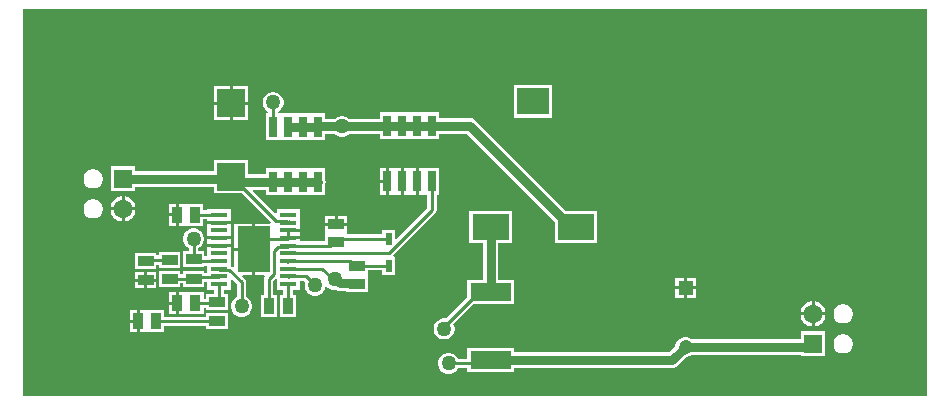
<source format=gtl>
G04*
G04 #@! TF.GenerationSoftware,Altium Limited,Altium Designer,24.0.1 (36)*
G04*
G04 Layer_Physical_Order=1*
G04 Layer_Color=255*
%FSLAX44Y44*%
%MOMM*%
G71*
G04*
G04 #@! TF.SameCoordinates,861917B8-4398-4D05-8FE2-F05A855006CB*
G04*
G04*
G04 #@! TF.FilePolarity,Positive*
G04*
G01*
G75*
%ADD13C,0.2540*%
%ADD15R,2.7700X2.2600*%
%ADD16R,3.0700X2.2600*%
%ADD17R,0.7200X1.7800*%
%ADD18R,1.3500X0.8500*%
%ADD19R,0.9500X1.3500*%
%ADD20R,1.4500X0.4500*%
%ADD21R,2.7400X3.8600*%
%ADD22R,0.8500X1.3500*%
%ADD23R,2.4500X2.3500*%
%ADD24R,1.3500X0.9500*%
%ADD25R,3.4200X1.5400*%
%ADD26R,0.5500X1.0500*%
%ADD42C,0.8000*%
%ADD43R,1.6000X1.6000*%
%ADD44C,1.6000*%
%ADD45R,1.2000X1.2000*%
%ADD46C,1.2000*%
%ADD47C,1.2700*%
G36*
X1296595Y439495D02*
X531199D01*
X530935Y439759D01*
Y767005D01*
X1296595D01*
X1296595Y439495D01*
D02*
G37*
%LPC*%
G36*
X722180Y701880D02*
X708660D01*
Y688860D01*
X722180D01*
Y701880D01*
D02*
G37*
G36*
X706120D02*
X692600D01*
Y688860D01*
X706120D01*
Y701880D01*
D02*
G37*
G36*
X979540Y703170D02*
X946760D01*
Y675490D01*
X979540D01*
Y703170D01*
D02*
G37*
G36*
X722180Y686320D02*
X708660D01*
Y673300D01*
X722180D01*
Y686320D01*
D02*
G37*
G36*
X706120D02*
X692600D01*
Y673300D01*
X706120D01*
Y686320D01*
D02*
G37*
G36*
X858730Y633200D02*
X857460Y633200D01*
X853440D01*
Y621760D01*
Y610320D01*
X857460D01*
X858310Y610320D01*
X859580Y610320D01*
X863600D01*
Y621760D01*
Y633200D01*
X859580D01*
X858730Y633200D01*
D02*
G37*
G36*
X722180Y639880D02*
X692600D01*
Y630166D01*
X626490D01*
Y634110D01*
X605410D01*
Y613030D01*
X626490D01*
Y616974D01*
X692600D01*
Y611300D01*
X716686D01*
X741093Y586893D01*
X740607Y585720D01*
X727710D01*
Y563880D01*
Y542040D01*
X735095D01*
X735773Y540770D01*
X735561Y540452D01*
X735265Y538965D01*
Y524910D01*
X732360D01*
Y506330D01*
X745940D01*
Y524910D01*
X743035D01*
Y537356D01*
X744727Y539049D01*
X745900Y538563D01*
Y529840D01*
X751805D01*
Y524910D01*
X748860D01*
Y506330D01*
X762440D01*
Y524910D01*
X759575D01*
Y529840D01*
X765480D01*
Y537246D01*
X769171D01*
X770090Y536326D01*
X769620Y534570D01*
Y532230D01*
X770226Y529969D01*
X771396Y527941D01*
X773051Y526286D01*
X775079Y525116D01*
X777340Y524510D01*
X779680D01*
X781941Y525116D01*
X783969Y526286D01*
X785624Y527941D01*
X786794Y529969D01*
X787295Y531837D01*
X788294Y532249D01*
X788670Y532258D01*
X789561Y531366D01*
X791589Y530196D01*
X793850Y529590D01*
X796099D01*
X796407Y529354D01*
X797998Y528695D01*
X799705Y528470D01*
X804780D01*
Y527620D01*
X823360D01*
Y542200D01*
X823360D01*
Y542620D01*
X823360D01*
Y546025D01*
X835450D01*
Y542120D01*
X846030D01*
Y557700D01*
X845444D01*
X844918Y558970D01*
X880317Y594369D01*
X881159Y595629D01*
X881455Y597116D01*
Y610320D01*
X883710D01*
Y633200D01*
X872280D01*
X871430Y633200D01*
X870160Y633200D01*
X866140D01*
Y621760D01*
Y610320D01*
X870160D01*
X871010Y610320D01*
X872280Y610320D01*
X873685D01*
Y598725D01*
X847203Y572243D01*
X846030Y572729D01*
Y580700D01*
X835450D01*
Y576795D01*
X805881D01*
X805580Y577940D01*
X805580Y578790D01*
Y583960D01*
X796290D01*
X787000D01*
Y578790D01*
X787000Y577940D01*
X787000Y576670D01*
Y571015D01*
X765480D01*
Y572360D01*
X755690D01*
Y574900D01*
X765480D01*
Y578860D01*
X755690D01*
Y581400D01*
X765480D01*
Y581840D01*
Y588340D01*
Y597920D01*
X745900D01*
Y594733D01*
X744727Y594247D01*
X725714Y613260D01*
X726199Y614434D01*
X736742D01*
Y609590D01*
X749023D01*
Y609590D01*
X749443D01*
Y609590D01*
X761722D01*
Y609590D01*
X762143D01*
Y609590D01*
X774423D01*
Y609590D01*
X774843D01*
Y609590D01*
X787122D01*
Y618763D01*
X787354Y619323D01*
X787579Y621030D01*
X787354Y622737D01*
X787122Y623297D01*
Y632470D01*
X774843D01*
Y632470D01*
X774423D01*
Y632470D01*
X762143D01*
Y632470D01*
X761722D01*
Y632470D01*
X749443D01*
Y632470D01*
X749023D01*
Y632470D01*
X736742D01*
Y627626D01*
X722180D01*
Y639880D01*
D02*
G37*
G36*
X838200Y633200D02*
X833330D01*
Y623030D01*
X838200D01*
Y633200D01*
D02*
G37*
G36*
X591609Y631610D02*
X589492D01*
X587447Y631062D01*
X585613Y630004D01*
X584116Y628507D01*
X583058Y626673D01*
X582510Y624628D01*
Y622511D01*
X583058Y620467D01*
X584116Y618633D01*
X585613Y617136D01*
X587447Y616078D01*
X589492Y615530D01*
X591609D01*
X593653Y616078D01*
X595487Y617136D01*
X596984Y618633D01*
X598042Y620467D01*
X598590Y622511D01*
Y624628D01*
X598042Y626673D01*
X596984Y628507D01*
X595487Y630004D01*
X593653Y631062D01*
X591609Y631610D01*
D02*
G37*
G36*
X846030Y633200D02*
X844760Y633200D01*
X840740D01*
Y621760D01*
Y610320D01*
X844760D01*
X845610Y610320D01*
X846880Y610320D01*
X850900D01*
Y621760D01*
Y633200D01*
X846880D01*
X846030Y633200D01*
D02*
G37*
G36*
X838200Y620490D02*
X833330D01*
Y610320D01*
X838200D01*
Y620490D01*
D02*
G37*
G36*
X617338Y608710D02*
X617220D01*
Y599440D01*
X626490D01*
Y599558D01*
X625772Y602238D01*
X624384Y604642D01*
X622422Y606604D01*
X620018Y607992D01*
X617338Y608710D01*
D02*
G37*
G36*
X614680D02*
X614562D01*
X611882Y607992D01*
X609478Y606604D01*
X607516Y604642D01*
X606128Y602238D01*
X605410Y599558D01*
Y599440D01*
X614680D01*
Y608710D01*
D02*
G37*
G36*
X660520Y602380D02*
X654500D01*
Y594360D01*
X660520D01*
Y602380D01*
D02*
G37*
G36*
X591609Y606210D02*
X589492D01*
X587447Y605662D01*
X585613Y604604D01*
X584116Y603107D01*
X583058Y601273D01*
X582510Y599229D01*
Y597112D01*
X583058Y595067D01*
X584116Y593233D01*
X585613Y591736D01*
X587447Y590678D01*
X589492Y590130D01*
X591609D01*
X593653Y590678D01*
X595487Y591736D01*
X596984Y593233D01*
X598042Y595067D01*
X598590Y597112D01*
Y599229D01*
X598042Y601273D01*
X596984Y603107D01*
X595487Y604604D01*
X593653Y605662D01*
X591609Y606210D01*
D02*
G37*
G36*
X669500Y602380D02*
X668230Y602380D01*
X663060D01*
Y593090D01*
Y583800D01*
X668230D01*
X669080Y583800D01*
X670350Y583800D01*
X684080D01*
Y589245D01*
X687400D01*
Y587900D01*
X706980D01*
Y588340D01*
Y597920D01*
X687400D01*
Y597015D01*
X684080D01*
Y602380D01*
X670350D01*
X669500Y602380D01*
D02*
G37*
G36*
X626490Y596900D02*
X617220D01*
Y587630D01*
X617338D01*
X620018Y588348D01*
X622422Y589736D01*
X624384Y591698D01*
X625772Y594102D01*
X626490Y596782D01*
Y596900D01*
D02*
G37*
G36*
X614680D02*
X605410D01*
Y596782D01*
X606128Y594102D01*
X607516Y591698D01*
X609478Y589736D01*
X611882Y588348D01*
X614562Y587630D01*
X614680D01*
Y596900D01*
D02*
G37*
G36*
X805580Y592520D02*
X797560D01*
Y586500D01*
X805580D01*
Y592520D01*
D02*
G37*
G36*
X790810Y592595D02*
X790435Y592520D01*
X787000D01*
Y589085D01*
X786925Y588710D01*
X787000Y588335D01*
Y586500D01*
X795020D01*
Y592520D01*
X791185D01*
X790810Y592595D01*
D02*
G37*
G36*
X660520Y591820D02*
X654500D01*
Y583800D01*
X660520D01*
Y591820D01*
D02*
G37*
G36*
X706980Y585360D02*
X687400D01*
Y581840D01*
Y575340D01*
Y574900D01*
X706980D01*
Y575340D01*
Y581840D01*
Y585360D01*
D02*
G37*
G36*
X744120Y697230D02*
X741780D01*
X739519Y696624D01*
X737491Y695454D01*
X735836Y693799D01*
X734666Y691771D01*
X734060Y689510D01*
Y687170D01*
X734666Y684909D01*
X735836Y682881D01*
X737491Y681226D01*
X738680Y680540D01*
X738340Y679270D01*
X736742D01*
Y656390D01*
X749023D01*
X749023Y656390D01*
X749443D01*
Y656390D01*
X750293Y656390D01*
X761722D01*
Y656390D01*
X762143D01*
Y656390D01*
X774423D01*
Y656390D01*
X774843D01*
Y656390D01*
X787122D01*
Y661424D01*
X795394D01*
X795911Y660906D01*
X797939Y659736D01*
X800200Y659130D01*
X802540D01*
X804801Y659736D01*
X806829Y660906D01*
X807346Y661424D01*
X833330D01*
Y657120D01*
X845610D01*
Y657120D01*
X846030D01*
Y657120D01*
X858310D01*
Y657120D01*
X858730D01*
Y657120D01*
X871010D01*
Y657120D01*
X871430D01*
Y657120D01*
X883710D01*
Y661964D01*
X906788D01*
X981310Y587441D01*
Y569090D01*
X1017090D01*
Y596770D01*
X990639D01*
X914184Y673224D01*
X912818Y674273D01*
X911227Y674932D01*
X909520Y675156D01*
X883710D01*
Y680000D01*
X871430D01*
Y680000D01*
X871010D01*
Y680000D01*
X858730D01*
Y680000D01*
X858310D01*
Y680000D01*
X846030D01*
Y680000D01*
X845610D01*
Y680000D01*
X833330D01*
Y674616D01*
X807346D01*
X806829Y675134D01*
X804801Y676304D01*
X802540Y676910D01*
X800200D01*
X797939Y676304D01*
X795911Y675134D01*
X795394Y674616D01*
X787122D01*
Y679270D01*
X774843D01*
Y679270D01*
X774423D01*
Y679270D01*
X762143D01*
Y679270D01*
X761722D01*
Y679270D01*
X750293D01*
X749443Y679270D01*
Y679270D01*
X749023D01*
Y679270D01*
X747560D01*
X747220Y680540D01*
X748409Y681226D01*
X750064Y682881D01*
X751234Y684909D01*
X751840Y687170D01*
Y689510D01*
X751234Y691771D01*
X750064Y693799D01*
X748409Y695454D01*
X746381Y696624D01*
X744120Y697230D01*
D02*
G37*
G36*
X706980Y572360D02*
X687400D01*
Y568840D01*
Y568400D01*
X706980D01*
Y568840D01*
Y572360D01*
D02*
G37*
G36*
X725170Y585720D02*
X710200D01*
Y565150D01*
X725170D01*
Y585720D01*
D02*
G37*
G36*
X664610Y561770D02*
X646030D01*
Y558865D01*
X644290D01*
Y561140D01*
X625710D01*
Y547560D01*
X644290D01*
Y551095D01*
X646030D01*
Y548190D01*
X664610D01*
Y561770D01*
D02*
G37*
G36*
X676810Y581660D02*
X674470D01*
X672209Y581054D01*
X670181Y579884D01*
X668526Y578229D01*
X667356Y576201D01*
X666750Y573940D01*
Y571600D01*
X667356Y569339D01*
X668526Y567311D01*
X670181Y565656D01*
X671755Y564748D01*
Y562410D01*
X666350D01*
Y548830D01*
X684930D01*
Y550245D01*
X687400D01*
Y544035D01*
X684930D01*
Y545910D01*
X666350D01*
Y543005D01*
X664610D01*
Y545270D01*
X646030D01*
Y531690D01*
X664610D01*
Y535182D01*
X664881Y535235D01*
X666350D01*
Y532330D01*
X684930D01*
Y536266D01*
X687400D01*
Y529840D01*
X693305D01*
Y526210D01*
X686488D01*
Y522045D01*
X684200D01*
Y527450D01*
X670470D01*
X669620Y527450D01*
X668350Y527450D01*
X663180D01*
Y518160D01*
Y508870D01*
X668350D01*
X669200Y508870D01*
X670470Y508870D01*
X684200D01*
Y514275D01*
X686488D01*
Y512630D01*
X705068D01*
Y526210D01*
X701075D01*
Y529840D01*
X706980D01*
Y538312D01*
X708153Y538798D01*
X712395Y534556D01*
Y523643D01*
X710821Y522734D01*
X709166Y521079D01*
X707996Y519051D01*
X707390Y516790D01*
Y514450D01*
X707996Y512189D01*
X709166Y510161D01*
X710821Y508506D01*
X712849Y507336D01*
X715110Y506730D01*
X717450D01*
X719711Y507336D01*
X721739Y508506D01*
X723394Y510161D01*
X724564Y512189D01*
X725170Y514450D01*
Y516790D01*
X724564Y519051D01*
X723394Y521079D01*
X721739Y522734D01*
X720165Y523643D01*
Y536165D01*
X719869Y537651D01*
X719027Y538911D01*
X717072Y540867D01*
X717558Y542040D01*
X725170D01*
Y562610D01*
X710200D01*
Y549398D01*
X709027Y548912D01*
X708541Y549397D01*
X707281Y550239D01*
X706980Y550299D01*
Y562340D01*
Y565860D01*
X687400D01*
Y558015D01*
X684930D01*
Y562410D01*
X679525D01*
Y564748D01*
X681099Y565656D01*
X682754Y567311D01*
X683924Y569339D01*
X684530Y571600D01*
Y573940D01*
X683924Y576201D01*
X682754Y578229D01*
X681099Y579884D01*
X679071Y581054D01*
X676810Y581660D01*
D02*
G37*
G36*
X644290Y544640D02*
X636270D01*
Y539120D01*
X644290D01*
Y544640D01*
D02*
G37*
G36*
X633730D02*
X625710D01*
Y539120D01*
X633730D01*
Y544640D01*
D02*
G37*
G36*
X1100740Y539870D02*
X1093470D01*
Y532600D01*
X1100740D01*
Y539870D01*
D02*
G37*
G36*
X1090930D02*
X1083660D01*
Y532600D01*
X1090930D01*
Y539870D01*
D02*
G37*
G36*
X644290Y536580D02*
X636270D01*
Y531060D01*
X644290D01*
Y536580D01*
D02*
G37*
G36*
X633730D02*
X625710D01*
Y531060D01*
X633730D01*
Y536580D01*
D02*
G37*
G36*
X1100740Y530060D02*
X1093470D01*
Y522790D01*
X1100740D01*
Y530060D01*
D02*
G37*
G36*
X1090930D02*
X1083660D01*
Y522790D01*
X1090930D01*
Y530060D01*
D02*
G37*
G36*
X660640Y527450D02*
X654620D01*
Y519430D01*
X660640D01*
Y527450D01*
D02*
G37*
G36*
X1201538Y519810D02*
X1201420D01*
Y510540D01*
X1210690D01*
Y510658D01*
X1209972Y513338D01*
X1208584Y515742D01*
X1206622Y517704D01*
X1204218Y519092D01*
X1201538Y519810D01*
D02*
G37*
G36*
X1198880D02*
X1198762D01*
X1196082Y519092D01*
X1193678Y517704D01*
X1191716Y515742D01*
X1190328Y513338D01*
X1189610Y510658D01*
Y510540D01*
X1198880D01*
Y519810D01*
D02*
G37*
G36*
X660640Y516890D02*
X654620D01*
Y508870D01*
X660640D01*
Y516890D01*
D02*
G37*
G36*
X944990Y596770D02*
X909210D01*
Y569090D01*
X920504D01*
Y538250D01*
X907460D01*
Y523264D01*
X889496Y505300D01*
X888900Y505460D01*
X886560D01*
X884299Y504854D01*
X882271Y503684D01*
X880616Y502029D01*
X879446Y500001D01*
X878840Y497740D01*
Y495400D01*
X879446Y493139D01*
X880616Y491111D01*
X882271Y489456D01*
X884299Y488286D01*
X886560Y487680D01*
X888900D01*
X891161Y488286D01*
X893189Y489456D01*
X894844Y491111D01*
X896014Y493139D01*
X896620Y495400D01*
Y497740D01*
X896014Y500001D01*
X895711Y500527D01*
X912954Y517770D01*
X946740D01*
Y538250D01*
X933696D01*
Y569090D01*
X944990D01*
Y596770D01*
D02*
G37*
G36*
X627500Y512210D02*
X621480D01*
Y504190D01*
X627500D01*
Y512210D01*
D02*
G37*
G36*
X1226609Y517310D02*
X1224492D01*
X1222447Y516762D01*
X1220613Y515704D01*
X1219116Y514207D01*
X1218058Y512373D01*
X1217510Y510328D01*
Y508212D01*
X1218058Y506167D01*
X1219116Y504333D01*
X1220613Y502836D01*
X1222447Y501778D01*
X1224492Y501230D01*
X1226609D01*
X1228653Y501778D01*
X1230487Y502836D01*
X1231984Y504333D01*
X1233042Y506167D01*
X1233590Y508212D01*
Y510328D01*
X1233042Y512373D01*
X1231984Y514207D01*
X1230487Y515704D01*
X1228653Y516762D01*
X1226609Y517310D01*
D02*
G37*
G36*
X1210690Y508000D02*
X1201420D01*
Y498730D01*
X1201538D01*
X1204218Y499448D01*
X1206622Y500836D01*
X1208584Y502798D01*
X1209972Y505202D01*
X1210690Y507882D01*
Y508000D01*
D02*
G37*
G36*
X1198880D02*
X1189610D01*
Y507882D01*
X1190328Y505202D01*
X1191716Y502798D01*
X1193678Y500836D01*
X1196082Y499448D01*
X1198762Y498730D01*
X1198880D01*
Y508000D01*
D02*
G37*
G36*
X636480Y512210D02*
X635210Y512210D01*
X630040D01*
Y502920D01*
Y493630D01*
X635210D01*
X636060Y493630D01*
X637330Y493630D01*
X651060D01*
Y499035D01*
X686488D01*
Y496130D01*
X705068D01*
Y509710D01*
X686488D01*
Y506805D01*
X651060D01*
Y512210D01*
X637330D01*
X636480Y512210D01*
D02*
G37*
G36*
X627500Y501650D02*
X621480D01*
Y493630D01*
X627500D01*
Y501650D01*
D02*
G37*
G36*
X1210690Y494410D02*
X1189610D01*
Y487926D01*
X1097681D01*
X1097444Y488164D01*
X1095496Y489288D01*
X1093324Y489870D01*
X1091076D01*
X1088904Y489288D01*
X1086956Y488164D01*
X1085366Y486574D01*
X1084242Y484626D01*
X1083660Y482454D01*
Y482119D01*
X1078348Y476806D01*
X946740D01*
Y480450D01*
X907460D01*
Y471245D01*
X899563D01*
X898654Y472819D01*
X896999Y474474D01*
X894971Y475644D01*
X892710Y476250D01*
X890370D01*
X888109Y475644D01*
X886081Y474474D01*
X884426Y472819D01*
X883256Y470791D01*
X882650Y468530D01*
Y466190D01*
X883256Y463929D01*
X884426Y461901D01*
X886081Y460246D01*
X888109Y459076D01*
X890370Y458470D01*
X892710D01*
X894971Y459076D01*
X896999Y460246D01*
X898654Y461901D01*
X899563Y463475D01*
X907460D01*
Y459970D01*
X946740D01*
Y463613D01*
X1081080D01*
X1082787Y463838D01*
X1084378Y464497D01*
X1085744Y465546D01*
X1092989Y472790D01*
X1093324D01*
X1095496Y473372D01*
X1097444Y474496D01*
X1097681Y474734D01*
X1189610D01*
Y473330D01*
X1210690D01*
Y494410D01*
D02*
G37*
G36*
X1226609Y491910D02*
X1224492D01*
X1222447Y491362D01*
X1220613Y490304D01*
X1219116Y488807D01*
X1218058Y486973D01*
X1217510Y484929D01*
Y482812D01*
X1218058Y480767D01*
X1219116Y478933D01*
X1220613Y477436D01*
X1222447Y476378D01*
X1224492Y475830D01*
X1226609D01*
X1228653Y476378D01*
X1230487Y477436D01*
X1231984Y478933D01*
X1233042Y480767D01*
X1233590Y482812D01*
Y484929D01*
X1233042Y486973D01*
X1231984Y488807D01*
X1230487Y490304D01*
X1228653Y491362D01*
X1226609Y491910D01*
D02*
G37*
%LPD*%
D13*
X675640Y557173D02*
Y572770D01*
X742916Y667864D02*
Y688306D01*
X742883Y667830D02*
X742916Y667864D01*
Y688306D02*
X742950Y688340D01*
X807850Y554130D02*
X812070Y549910D01*
X755690Y554130D02*
X807850D01*
X812070Y549910D02*
X814070D01*
X704330Y623570D02*
X705600Y624840D01*
X706120Y624320D01*
X784391Y547630D02*
X793541Y538480D01*
X795020D01*
X755690Y541130D02*
X770780D01*
X755690D02*
X756670Y540150D01*
X770780Y541130D02*
X778510Y533400D01*
X755690Y547630D02*
X784391D01*
X676790Y593130D02*
X697190D01*
X891540Y467360D02*
X924250D01*
X927100Y470210D01*
X1197610Y481330D02*
X1200150Y483870D01*
X716280Y515620D02*
Y536165D01*
X697190Y547630D02*
X698170Y546650D01*
X705794D01*
X716280Y536165D01*
X887730Y496570D02*
Y498040D01*
X917700Y528010D01*
X927100D01*
X995150Y582930D02*
X999200D01*
X643770Y502920D02*
X695778D01*
X676910Y518160D02*
X694873D01*
X655320Y538480D02*
X655863Y539023D01*
X664489Y539120D02*
X675640D01*
X664392Y539023D02*
X664489Y539120D01*
X655863Y539023D02*
X664392D01*
X676670Y540150D02*
X696210D01*
X697190Y541130D01*
X635630Y554980D02*
X655320D01*
X635000Y554350D02*
X635630Y554980D01*
X643770Y502920D02*
X643890Y503040D01*
X694873Y518160D02*
X697190Y520477D01*
Y534630D01*
X675640Y555620D02*
X677130Y554130D01*
X697190D01*
X692190Y534630D02*
X697190D01*
X838930Y668020D02*
X839470Y668560D01*
X780983Y667864D02*
X781139Y668020D01*
X841084Y560630D02*
X877570Y597116D01*
Y621760D01*
X755690Y560630D02*
X841084D01*
X754710Y566150D02*
X755690Y567130D01*
X747086Y566150D02*
X754710D01*
X743410Y562474D02*
X747086Y566150D01*
X743410Y543226D02*
Y562474D01*
X739150Y538965D02*
X743410Y543226D01*
X739150Y515620D02*
Y538965D01*
X755650Y515620D02*
X755690Y515660D01*
Y534630D01*
X735210Y572650D02*
X754710D01*
X726440Y563880D02*
X735210Y572650D01*
X790930Y567130D02*
X796710Y572910D01*
X755690Y567130D02*
X790930D01*
X796710Y572910D02*
X840740D01*
X814070Y549910D02*
X840740D01*
X754710Y553150D02*
X755690Y554130D01*
X754710Y572650D02*
X755690Y573630D01*
Y580130D02*
X756670Y581110D01*
X755690Y586630D02*
X756670Y587610D01*
X712450Y621030D02*
X745870Y587610D01*
X707890Y625590D02*
X712450Y621030D01*
X745870Y587610D02*
X754710D01*
X755690Y586630D01*
X707390Y625590D02*
X707890D01*
X755690Y534630D02*
X760690D01*
X755690Y573630D02*
Y580130D01*
X790810Y588710D02*
X794290Y585230D01*
X796290D01*
X675258Y593090D02*
X675298Y593130D01*
D15*
X963150Y689330D02*
D03*
D16*
X999200Y582930D02*
D03*
X927100D02*
D03*
D17*
X877570Y668560D02*
D03*
X864870D02*
D03*
X852170D02*
D03*
X839470D02*
D03*
X877570Y621760D02*
D03*
X864870D02*
D03*
X852170D02*
D03*
X839470D02*
D03*
X780983Y667830D02*
D03*
X768282D02*
D03*
X755583D02*
D03*
X742883D02*
D03*
X780983Y621030D02*
D03*
X768282D02*
D03*
X755583D02*
D03*
X742883D02*
D03*
D18*
X635000Y537850D02*
D03*
Y554350D02*
D03*
X675640Y539120D02*
D03*
Y555620D02*
D03*
X655320Y554980D02*
D03*
Y538480D02*
D03*
X695778Y502920D02*
D03*
Y519420D02*
D03*
D19*
X676910Y518160D02*
D03*
X661910D02*
D03*
X628770Y502920D02*
D03*
X643770D02*
D03*
X676790Y593090D02*
D03*
X661790D02*
D03*
D20*
X697190Y593130D02*
D03*
Y586630D02*
D03*
Y580130D02*
D03*
Y573630D02*
D03*
Y567130D02*
D03*
Y560630D02*
D03*
Y554130D02*
D03*
Y547630D02*
D03*
Y541130D02*
D03*
Y534630D02*
D03*
X755690D02*
D03*
Y541130D02*
D03*
Y547630D02*
D03*
Y554130D02*
D03*
Y560630D02*
D03*
Y567130D02*
D03*
Y573630D02*
D03*
Y580130D02*
D03*
Y586630D02*
D03*
Y593130D02*
D03*
D21*
X726440Y563880D02*
D03*
D22*
X755650Y515620D02*
D03*
X739150D02*
D03*
D23*
X707390Y625590D02*
D03*
Y687590D02*
D03*
D24*
X814070Y549910D02*
D03*
Y534910D02*
D03*
X796290Y570230D02*
D03*
Y585230D02*
D03*
D25*
X927100Y528010D02*
D03*
Y470210D02*
D03*
D26*
X840740Y549910D02*
D03*
Y572910D02*
D03*
D42*
X615950Y623570D02*
X704330D01*
X799705Y535067D02*
X813913D01*
X814070Y534910D01*
X796292Y538480D02*
X799705Y535067D01*
X795020Y538480D02*
X796292D01*
X1081080Y470210D02*
X1092200Y481330D01*
X927100Y470210D02*
X1081080D01*
X1092200Y481330D02*
X1197610D01*
X927100Y528010D02*
Y582930D01*
X909520Y668560D02*
X995150Y582930D01*
X877570Y668560D02*
X909520D01*
X801370Y668020D02*
X838930D01*
X781139D02*
X801370D01*
X768282Y667830D02*
X780983D01*
X755583D02*
X768282D01*
X864870Y668560D02*
X877570D01*
X852170D02*
X864870D01*
X839470D02*
X852170D01*
X712450Y621030D02*
X742883D01*
X768282D02*
X780983D01*
X755583D02*
X768282D01*
X742883D02*
X755583D01*
D43*
X1200150Y483870D02*
D03*
X615950Y623570D02*
D03*
D44*
X1200150Y509270D02*
D03*
X615950Y598170D02*
D03*
D45*
X1092200Y531330D02*
D03*
D46*
Y481330D02*
D03*
D47*
X675640Y572770D02*
D03*
X742950Y688340D02*
D03*
X795020Y538480D02*
D03*
X778510Y533400D02*
D03*
X891540Y467360D02*
D03*
X716280Y515620D02*
D03*
X887730Y496570D02*
D03*
X801370Y668020D02*
D03*
M02*

</source>
